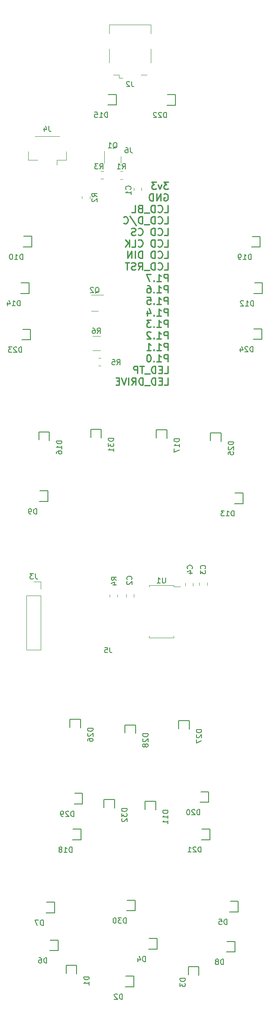
<source format=gbr>
%TF.GenerationSoftware,KiCad,Pcbnew,(6.0.0)*%
%TF.CreationDate,2022-07-04T20:32:36-04:00*%
%TF.ProjectId,800+,3830302b-2e6b-4696-9361-645f70636258,rev?*%
%TF.SameCoordinates,Original*%
%TF.FileFunction,Legend,Bot*%
%TF.FilePolarity,Positive*%
%FSLAX46Y46*%
G04 Gerber Fmt 4.6, Leading zero omitted, Abs format (unit mm)*
G04 Created by KiCad (PCBNEW (6.0.0)) date 2022-07-04 20:32:36*
%MOMM*%
%LPD*%
G01*
G04 APERTURE LIST*
%ADD10C,0.250000*%
%ADD11C,0.150000*%
%ADD12C,0.120000*%
G04 APERTURE END LIST*
D10*
X108874642Y-66025964D02*
X108038928Y-66025964D01*
X108488928Y-66540250D01*
X108296071Y-66540250D01*
X108167500Y-66604535D01*
X108103214Y-66668821D01*
X108038928Y-66797392D01*
X108038928Y-67118821D01*
X108103214Y-67247392D01*
X108167500Y-67311678D01*
X108296071Y-67375964D01*
X108681785Y-67375964D01*
X108810357Y-67311678D01*
X108874642Y-67247392D01*
X107588928Y-66475964D02*
X107267500Y-67375964D01*
X106946071Y-66475964D01*
X106560357Y-66025964D02*
X105724642Y-66025964D01*
X106174642Y-66540250D01*
X105981785Y-66540250D01*
X105853214Y-66604535D01*
X105788928Y-66668821D01*
X105724642Y-66797392D01*
X105724642Y-67118821D01*
X105788928Y-67247392D01*
X105853214Y-67311678D01*
X105981785Y-67375964D01*
X106367500Y-67375964D01*
X106496071Y-67311678D01*
X106560357Y-67247392D01*
X108038928Y-68263750D02*
X108167500Y-68199464D01*
X108360357Y-68199464D01*
X108553214Y-68263750D01*
X108681785Y-68392321D01*
X108746071Y-68520892D01*
X108810357Y-68778035D01*
X108810357Y-68970892D01*
X108746071Y-69228035D01*
X108681785Y-69356607D01*
X108553214Y-69485178D01*
X108360357Y-69549464D01*
X108231785Y-69549464D01*
X108038928Y-69485178D01*
X107974642Y-69420892D01*
X107974642Y-68970892D01*
X108231785Y-68970892D01*
X107396071Y-69549464D02*
X107396071Y-68199464D01*
X106624642Y-69549464D01*
X106624642Y-68199464D01*
X105981785Y-69549464D02*
X105981785Y-68199464D01*
X105660357Y-68199464D01*
X105467500Y-68263750D01*
X105338928Y-68392321D01*
X105274642Y-68520892D01*
X105210357Y-68778035D01*
X105210357Y-68970892D01*
X105274642Y-69228035D01*
X105338928Y-69356607D01*
X105467500Y-69485178D01*
X105660357Y-69549464D01*
X105981785Y-69549464D01*
X108103214Y-71722964D02*
X108746071Y-71722964D01*
X108746071Y-70372964D01*
X106881785Y-71594392D02*
X106946071Y-71658678D01*
X107138928Y-71722964D01*
X107267500Y-71722964D01*
X107460357Y-71658678D01*
X107588928Y-71530107D01*
X107653214Y-71401535D01*
X107717500Y-71144392D01*
X107717500Y-70951535D01*
X107653214Y-70694392D01*
X107588928Y-70565821D01*
X107460357Y-70437250D01*
X107267500Y-70372964D01*
X107138928Y-70372964D01*
X106946071Y-70437250D01*
X106881785Y-70501535D01*
X106303214Y-71722964D02*
X106303214Y-70372964D01*
X105981785Y-70372964D01*
X105788928Y-70437250D01*
X105660357Y-70565821D01*
X105596071Y-70694392D01*
X105531785Y-70951535D01*
X105531785Y-71144392D01*
X105596071Y-71401535D01*
X105660357Y-71530107D01*
X105788928Y-71658678D01*
X105981785Y-71722964D01*
X106303214Y-71722964D01*
X105274642Y-71851535D02*
X104246071Y-71851535D01*
X103474642Y-71015821D02*
X103281785Y-71080107D01*
X103217500Y-71144392D01*
X103153214Y-71272964D01*
X103153214Y-71465821D01*
X103217500Y-71594392D01*
X103281785Y-71658678D01*
X103410357Y-71722964D01*
X103924642Y-71722964D01*
X103924642Y-70372964D01*
X103474642Y-70372964D01*
X103346071Y-70437250D01*
X103281785Y-70501535D01*
X103217500Y-70630107D01*
X103217500Y-70758678D01*
X103281785Y-70887250D01*
X103346071Y-70951535D01*
X103474642Y-71015821D01*
X103924642Y-71015821D01*
X101931785Y-71722964D02*
X102574642Y-71722964D01*
X102574642Y-70372964D01*
X108103214Y-73896464D02*
X108746071Y-73896464D01*
X108746071Y-72546464D01*
X106881785Y-73767892D02*
X106946071Y-73832178D01*
X107138928Y-73896464D01*
X107267500Y-73896464D01*
X107460357Y-73832178D01*
X107588928Y-73703607D01*
X107653214Y-73575035D01*
X107717500Y-73317892D01*
X107717500Y-73125035D01*
X107653214Y-72867892D01*
X107588928Y-72739321D01*
X107460357Y-72610750D01*
X107267500Y-72546464D01*
X107138928Y-72546464D01*
X106946071Y-72610750D01*
X106881785Y-72675035D01*
X106303214Y-73896464D02*
X106303214Y-72546464D01*
X105981785Y-72546464D01*
X105788928Y-72610750D01*
X105660357Y-72739321D01*
X105596071Y-72867892D01*
X105531785Y-73125035D01*
X105531785Y-73317892D01*
X105596071Y-73575035D01*
X105660357Y-73703607D01*
X105788928Y-73832178D01*
X105981785Y-73896464D01*
X106303214Y-73896464D01*
X105274642Y-74025035D02*
X104246071Y-74025035D01*
X103924642Y-73896464D02*
X103924642Y-72546464D01*
X103603214Y-72546464D01*
X103410357Y-72610750D01*
X103281785Y-72739321D01*
X103217500Y-72867892D01*
X103153214Y-73125035D01*
X103153214Y-73317892D01*
X103217500Y-73575035D01*
X103281785Y-73703607D01*
X103410357Y-73832178D01*
X103603214Y-73896464D01*
X103924642Y-73896464D01*
X101610357Y-72482178D02*
X102767500Y-74217892D01*
X100388928Y-73767892D02*
X100453214Y-73832178D01*
X100646071Y-73896464D01*
X100774642Y-73896464D01*
X100967500Y-73832178D01*
X101096071Y-73703607D01*
X101160357Y-73575035D01*
X101224642Y-73317892D01*
X101224642Y-73125035D01*
X101160357Y-72867892D01*
X101096071Y-72739321D01*
X100967500Y-72610750D01*
X100774642Y-72546464D01*
X100646071Y-72546464D01*
X100453214Y-72610750D01*
X100388928Y-72675035D01*
X108103214Y-76069964D02*
X108746071Y-76069964D01*
X108746071Y-74719964D01*
X106881785Y-75941392D02*
X106946071Y-76005678D01*
X107138928Y-76069964D01*
X107267500Y-76069964D01*
X107460357Y-76005678D01*
X107588928Y-75877107D01*
X107653214Y-75748535D01*
X107717500Y-75491392D01*
X107717500Y-75298535D01*
X107653214Y-75041392D01*
X107588928Y-74912821D01*
X107460357Y-74784250D01*
X107267500Y-74719964D01*
X107138928Y-74719964D01*
X106946071Y-74784250D01*
X106881785Y-74848535D01*
X106303214Y-76069964D02*
X106303214Y-74719964D01*
X105981785Y-74719964D01*
X105788928Y-74784250D01*
X105660357Y-74912821D01*
X105596071Y-75041392D01*
X105531785Y-75298535D01*
X105531785Y-75491392D01*
X105596071Y-75748535D01*
X105660357Y-75877107D01*
X105788928Y-76005678D01*
X105981785Y-76069964D01*
X106303214Y-76069964D01*
X103153214Y-75941392D02*
X103217500Y-76005678D01*
X103410357Y-76069964D01*
X103538928Y-76069964D01*
X103731785Y-76005678D01*
X103860357Y-75877107D01*
X103924642Y-75748535D01*
X103988928Y-75491392D01*
X103988928Y-75298535D01*
X103924642Y-75041392D01*
X103860357Y-74912821D01*
X103731785Y-74784250D01*
X103538928Y-74719964D01*
X103410357Y-74719964D01*
X103217500Y-74784250D01*
X103153214Y-74848535D01*
X102638928Y-76005678D02*
X102446071Y-76069964D01*
X102124642Y-76069964D01*
X101996071Y-76005678D01*
X101931785Y-75941392D01*
X101867500Y-75812821D01*
X101867500Y-75684250D01*
X101931785Y-75555678D01*
X101996071Y-75491392D01*
X102124642Y-75427107D01*
X102381785Y-75362821D01*
X102510357Y-75298535D01*
X102574642Y-75234250D01*
X102638928Y-75105678D01*
X102638928Y-74977107D01*
X102574642Y-74848535D01*
X102510357Y-74784250D01*
X102381785Y-74719964D01*
X102060357Y-74719964D01*
X101867500Y-74784250D01*
X108103214Y-78243464D02*
X108746071Y-78243464D01*
X108746071Y-76893464D01*
X106881785Y-78114892D02*
X106946071Y-78179178D01*
X107138928Y-78243464D01*
X107267500Y-78243464D01*
X107460357Y-78179178D01*
X107588928Y-78050607D01*
X107653214Y-77922035D01*
X107717500Y-77664892D01*
X107717500Y-77472035D01*
X107653214Y-77214892D01*
X107588928Y-77086321D01*
X107460357Y-76957750D01*
X107267500Y-76893464D01*
X107138928Y-76893464D01*
X106946071Y-76957750D01*
X106881785Y-77022035D01*
X106303214Y-78243464D02*
X106303214Y-76893464D01*
X105981785Y-76893464D01*
X105788928Y-76957750D01*
X105660357Y-77086321D01*
X105596071Y-77214892D01*
X105531785Y-77472035D01*
X105531785Y-77664892D01*
X105596071Y-77922035D01*
X105660357Y-78050607D01*
X105788928Y-78179178D01*
X105981785Y-78243464D01*
X106303214Y-78243464D01*
X103153214Y-78114892D02*
X103217500Y-78179178D01*
X103410357Y-78243464D01*
X103538928Y-78243464D01*
X103731785Y-78179178D01*
X103860357Y-78050607D01*
X103924642Y-77922035D01*
X103988928Y-77664892D01*
X103988928Y-77472035D01*
X103924642Y-77214892D01*
X103860357Y-77086321D01*
X103731785Y-76957750D01*
X103538928Y-76893464D01*
X103410357Y-76893464D01*
X103217500Y-76957750D01*
X103153214Y-77022035D01*
X101931785Y-78243464D02*
X102574642Y-78243464D01*
X102574642Y-76893464D01*
X101481785Y-78243464D02*
X101481785Y-76893464D01*
X100710357Y-78243464D02*
X101288928Y-77472035D01*
X100710357Y-76893464D02*
X101481785Y-77664892D01*
X108103214Y-80416964D02*
X108746071Y-80416964D01*
X108746071Y-79066964D01*
X106881785Y-80288392D02*
X106946071Y-80352678D01*
X107138928Y-80416964D01*
X107267500Y-80416964D01*
X107460357Y-80352678D01*
X107588928Y-80224107D01*
X107653214Y-80095535D01*
X107717500Y-79838392D01*
X107717500Y-79645535D01*
X107653214Y-79388392D01*
X107588928Y-79259821D01*
X107460357Y-79131250D01*
X107267500Y-79066964D01*
X107138928Y-79066964D01*
X106946071Y-79131250D01*
X106881785Y-79195535D01*
X106303214Y-80416964D02*
X106303214Y-79066964D01*
X105981785Y-79066964D01*
X105788928Y-79131250D01*
X105660357Y-79259821D01*
X105596071Y-79388392D01*
X105531785Y-79645535D01*
X105531785Y-79838392D01*
X105596071Y-80095535D01*
X105660357Y-80224107D01*
X105788928Y-80352678D01*
X105981785Y-80416964D01*
X106303214Y-80416964D01*
X103924642Y-80416964D02*
X103924642Y-79066964D01*
X103603214Y-79066964D01*
X103410357Y-79131250D01*
X103281785Y-79259821D01*
X103217500Y-79388392D01*
X103153214Y-79645535D01*
X103153214Y-79838392D01*
X103217500Y-80095535D01*
X103281785Y-80224107D01*
X103410357Y-80352678D01*
X103603214Y-80416964D01*
X103924642Y-80416964D01*
X102574642Y-80416964D02*
X102574642Y-79066964D01*
X101931785Y-80416964D02*
X101931785Y-79066964D01*
X101160357Y-80416964D01*
X101160357Y-79066964D01*
X108103214Y-82590464D02*
X108746071Y-82590464D01*
X108746071Y-81240464D01*
X106881785Y-82461892D02*
X106946071Y-82526178D01*
X107138928Y-82590464D01*
X107267500Y-82590464D01*
X107460357Y-82526178D01*
X107588928Y-82397607D01*
X107653214Y-82269035D01*
X107717500Y-82011892D01*
X107717500Y-81819035D01*
X107653214Y-81561892D01*
X107588928Y-81433321D01*
X107460357Y-81304750D01*
X107267500Y-81240464D01*
X107138928Y-81240464D01*
X106946071Y-81304750D01*
X106881785Y-81369035D01*
X106303214Y-82590464D02*
X106303214Y-81240464D01*
X105981785Y-81240464D01*
X105788928Y-81304750D01*
X105660357Y-81433321D01*
X105596071Y-81561892D01*
X105531785Y-81819035D01*
X105531785Y-82011892D01*
X105596071Y-82269035D01*
X105660357Y-82397607D01*
X105788928Y-82526178D01*
X105981785Y-82590464D01*
X106303214Y-82590464D01*
X105274642Y-82719035D02*
X104246071Y-82719035D01*
X103153214Y-82590464D02*
X103603214Y-81947607D01*
X103924642Y-82590464D02*
X103924642Y-81240464D01*
X103410357Y-81240464D01*
X103281785Y-81304750D01*
X103217500Y-81369035D01*
X103153214Y-81497607D01*
X103153214Y-81690464D01*
X103217500Y-81819035D01*
X103281785Y-81883321D01*
X103410357Y-81947607D01*
X103924642Y-81947607D01*
X102638928Y-82526178D02*
X102446071Y-82590464D01*
X102124642Y-82590464D01*
X101996071Y-82526178D01*
X101931785Y-82461892D01*
X101867500Y-82333321D01*
X101867500Y-82204750D01*
X101931785Y-82076178D01*
X101996071Y-82011892D01*
X102124642Y-81947607D01*
X102381785Y-81883321D01*
X102510357Y-81819035D01*
X102574642Y-81754750D01*
X102638928Y-81626178D01*
X102638928Y-81497607D01*
X102574642Y-81369035D01*
X102510357Y-81304750D01*
X102381785Y-81240464D01*
X102060357Y-81240464D01*
X101867500Y-81304750D01*
X101481785Y-81240464D02*
X100710357Y-81240464D01*
X101096071Y-82590464D02*
X101096071Y-81240464D01*
X108746071Y-84763964D02*
X108746071Y-83413964D01*
X108231785Y-83413964D01*
X108103214Y-83478250D01*
X108038928Y-83542535D01*
X107974642Y-83671107D01*
X107974642Y-83863964D01*
X108038928Y-83992535D01*
X108103214Y-84056821D01*
X108231785Y-84121107D01*
X108746071Y-84121107D01*
X106688928Y-84763964D02*
X107460357Y-84763964D01*
X107074642Y-84763964D02*
X107074642Y-83413964D01*
X107203214Y-83606821D01*
X107331785Y-83735392D01*
X107460357Y-83799678D01*
X106110357Y-84635392D02*
X106046071Y-84699678D01*
X106110357Y-84763964D01*
X106174642Y-84699678D01*
X106110357Y-84635392D01*
X106110357Y-84763964D01*
X105596071Y-83413964D02*
X104696071Y-83413964D01*
X105274642Y-84763964D01*
X108746071Y-86937464D02*
X108746071Y-85587464D01*
X108231785Y-85587464D01*
X108103214Y-85651750D01*
X108038928Y-85716035D01*
X107974642Y-85844607D01*
X107974642Y-86037464D01*
X108038928Y-86166035D01*
X108103214Y-86230321D01*
X108231785Y-86294607D01*
X108746071Y-86294607D01*
X106688928Y-86937464D02*
X107460357Y-86937464D01*
X107074642Y-86937464D02*
X107074642Y-85587464D01*
X107203214Y-85780321D01*
X107331785Y-85908892D01*
X107460357Y-85973178D01*
X106110357Y-86808892D02*
X106046071Y-86873178D01*
X106110357Y-86937464D01*
X106174642Y-86873178D01*
X106110357Y-86808892D01*
X106110357Y-86937464D01*
X104888928Y-85587464D02*
X105146071Y-85587464D01*
X105274642Y-85651750D01*
X105338928Y-85716035D01*
X105467500Y-85908892D01*
X105531785Y-86166035D01*
X105531785Y-86680321D01*
X105467500Y-86808892D01*
X105403214Y-86873178D01*
X105274642Y-86937464D01*
X105017500Y-86937464D01*
X104888928Y-86873178D01*
X104824642Y-86808892D01*
X104760357Y-86680321D01*
X104760357Y-86358892D01*
X104824642Y-86230321D01*
X104888928Y-86166035D01*
X105017500Y-86101750D01*
X105274642Y-86101750D01*
X105403214Y-86166035D01*
X105467500Y-86230321D01*
X105531785Y-86358892D01*
X108746071Y-89110964D02*
X108746071Y-87760964D01*
X108231785Y-87760964D01*
X108103214Y-87825250D01*
X108038928Y-87889535D01*
X107974642Y-88018107D01*
X107974642Y-88210964D01*
X108038928Y-88339535D01*
X108103214Y-88403821D01*
X108231785Y-88468107D01*
X108746071Y-88468107D01*
X106688928Y-89110964D02*
X107460357Y-89110964D01*
X107074642Y-89110964D02*
X107074642Y-87760964D01*
X107203214Y-87953821D01*
X107331785Y-88082392D01*
X107460357Y-88146678D01*
X106110357Y-88982392D02*
X106046071Y-89046678D01*
X106110357Y-89110964D01*
X106174642Y-89046678D01*
X106110357Y-88982392D01*
X106110357Y-89110964D01*
X104824642Y-87760964D02*
X105467500Y-87760964D01*
X105531785Y-88403821D01*
X105467500Y-88339535D01*
X105338928Y-88275250D01*
X105017500Y-88275250D01*
X104888928Y-88339535D01*
X104824642Y-88403821D01*
X104760357Y-88532392D01*
X104760357Y-88853821D01*
X104824642Y-88982392D01*
X104888928Y-89046678D01*
X105017500Y-89110964D01*
X105338928Y-89110964D01*
X105467500Y-89046678D01*
X105531785Y-88982392D01*
X108746071Y-91284464D02*
X108746071Y-89934464D01*
X108231785Y-89934464D01*
X108103214Y-89998750D01*
X108038928Y-90063035D01*
X107974642Y-90191607D01*
X107974642Y-90384464D01*
X108038928Y-90513035D01*
X108103214Y-90577321D01*
X108231785Y-90641607D01*
X108746071Y-90641607D01*
X106688928Y-91284464D02*
X107460357Y-91284464D01*
X107074642Y-91284464D02*
X107074642Y-89934464D01*
X107203214Y-90127321D01*
X107331785Y-90255892D01*
X107460357Y-90320178D01*
X106110357Y-91155892D02*
X106046071Y-91220178D01*
X106110357Y-91284464D01*
X106174642Y-91220178D01*
X106110357Y-91155892D01*
X106110357Y-91284464D01*
X104888928Y-90384464D02*
X104888928Y-91284464D01*
X105210357Y-89870178D02*
X105531785Y-90834464D01*
X104696071Y-90834464D01*
X108746071Y-93457964D02*
X108746071Y-92107964D01*
X108231785Y-92107964D01*
X108103214Y-92172250D01*
X108038928Y-92236535D01*
X107974642Y-92365107D01*
X107974642Y-92557964D01*
X108038928Y-92686535D01*
X108103214Y-92750821D01*
X108231785Y-92815107D01*
X108746071Y-92815107D01*
X106688928Y-93457964D02*
X107460357Y-93457964D01*
X107074642Y-93457964D02*
X107074642Y-92107964D01*
X107203214Y-92300821D01*
X107331785Y-92429392D01*
X107460357Y-92493678D01*
X106110357Y-93329392D02*
X106046071Y-93393678D01*
X106110357Y-93457964D01*
X106174642Y-93393678D01*
X106110357Y-93329392D01*
X106110357Y-93457964D01*
X105596071Y-92107964D02*
X104760357Y-92107964D01*
X105210357Y-92622250D01*
X105017500Y-92622250D01*
X104888928Y-92686535D01*
X104824642Y-92750821D01*
X104760357Y-92879392D01*
X104760357Y-93200821D01*
X104824642Y-93329392D01*
X104888928Y-93393678D01*
X105017500Y-93457964D01*
X105403214Y-93457964D01*
X105531785Y-93393678D01*
X105596071Y-93329392D01*
X108746071Y-95631464D02*
X108746071Y-94281464D01*
X108231785Y-94281464D01*
X108103214Y-94345750D01*
X108038928Y-94410035D01*
X107974642Y-94538607D01*
X107974642Y-94731464D01*
X108038928Y-94860035D01*
X108103214Y-94924321D01*
X108231785Y-94988607D01*
X108746071Y-94988607D01*
X106688928Y-95631464D02*
X107460357Y-95631464D01*
X107074642Y-95631464D02*
X107074642Y-94281464D01*
X107203214Y-94474321D01*
X107331785Y-94602892D01*
X107460357Y-94667178D01*
X106110357Y-95502892D02*
X106046071Y-95567178D01*
X106110357Y-95631464D01*
X106174642Y-95567178D01*
X106110357Y-95502892D01*
X106110357Y-95631464D01*
X105531785Y-94410035D02*
X105467500Y-94345750D01*
X105338928Y-94281464D01*
X105017500Y-94281464D01*
X104888928Y-94345750D01*
X104824642Y-94410035D01*
X104760357Y-94538607D01*
X104760357Y-94667178D01*
X104824642Y-94860035D01*
X105596071Y-95631464D01*
X104760357Y-95631464D01*
X108746071Y-97804964D02*
X108746071Y-96454964D01*
X108231785Y-96454964D01*
X108103214Y-96519250D01*
X108038928Y-96583535D01*
X107974642Y-96712107D01*
X107974642Y-96904964D01*
X108038928Y-97033535D01*
X108103214Y-97097821D01*
X108231785Y-97162107D01*
X108746071Y-97162107D01*
X106688928Y-97804964D02*
X107460357Y-97804964D01*
X107074642Y-97804964D02*
X107074642Y-96454964D01*
X107203214Y-96647821D01*
X107331785Y-96776392D01*
X107460357Y-96840678D01*
X106110357Y-97676392D02*
X106046071Y-97740678D01*
X106110357Y-97804964D01*
X106174642Y-97740678D01*
X106110357Y-97676392D01*
X106110357Y-97804964D01*
X104760357Y-97804964D02*
X105531785Y-97804964D01*
X105146071Y-97804964D02*
X105146071Y-96454964D01*
X105274642Y-96647821D01*
X105403214Y-96776392D01*
X105531785Y-96840678D01*
X108746071Y-99978464D02*
X108746071Y-98628464D01*
X108231785Y-98628464D01*
X108103214Y-98692750D01*
X108038928Y-98757035D01*
X107974642Y-98885607D01*
X107974642Y-99078464D01*
X108038928Y-99207035D01*
X108103214Y-99271321D01*
X108231785Y-99335607D01*
X108746071Y-99335607D01*
X106688928Y-99978464D02*
X107460357Y-99978464D01*
X107074642Y-99978464D02*
X107074642Y-98628464D01*
X107203214Y-98821321D01*
X107331785Y-98949892D01*
X107460357Y-99014178D01*
X106110357Y-99849892D02*
X106046071Y-99914178D01*
X106110357Y-99978464D01*
X106174642Y-99914178D01*
X106110357Y-99849892D01*
X106110357Y-99978464D01*
X105210357Y-98628464D02*
X105081785Y-98628464D01*
X104953214Y-98692750D01*
X104888928Y-98757035D01*
X104824642Y-98885607D01*
X104760357Y-99142750D01*
X104760357Y-99464178D01*
X104824642Y-99721321D01*
X104888928Y-99849892D01*
X104953214Y-99914178D01*
X105081785Y-99978464D01*
X105210357Y-99978464D01*
X105338928Y-99914178D01*
X105403214Y-99849892D01*
X105467500Y-99721321D01*
X105531785Y-99464178D01*
X105531785Y-99142750D01*
X105467500Y-98885607D01*
X105403214Y-98757035D01*
X105338928Y-98692750D01*
X105210357Y-98628464D01*
X108103214Y-102151964D02*
X108746071Y-102151964D01*
X108746071Y-100801964D01*
X107653214Y-101444821D02*
X107203214Y-101444821D01*
X107010357Y-102151964D02*
X107653214Y-102151964D01*
X107653214Y-100801964D01*
X107010357Y-100801964D01*
X106431785Y-102151964D02*
X106431785Y-100801964D01*
X106110357Y-100801964D01*
X105917500Y-100866250D01*
X105788928Y-100994821D01*
X105724642Y-101123392D01*
X105660357Y-101380535D01*
X105660357Y-101573392D01*
X105724642Y-101830535D01*
X105788928Y-101959107D01*
X105917500Y-102087678D01*
X106110357Y-102151964D01*
X106431785Y-102151964D01*
X105403214Y-102280535D02*
X104374642Y-102280535D01*
X104246071Y-100801964D02*
X103474642Y-100801964D01*
X103860357Y-102151964D02*
X103860357Y-100801964D01*
X103024642Y-102151964D02*
X103024642Y-100801964D01*
X102510357Y-100801964D01*
X102381785Y-100866250D01*
X102317500Y-100930535D01*
X102253214Y-101059107D01*
X102253214Y-101251964D01*
X102317500Y-101380535D01*
X102381785Y-101444821D01*
X102510357Y-101509107D01*
X103024642Y-101509107D01*
X108103214Y-104325464D02*
X108746071Y-104325464D01*
X108746071Y-102975464D01*
X107653214Y-103618321D02*
X107203214Y-103618321D01*
X107010357Y-104325464D02*
X107653214Y-104325464D01*
X107653214Y-102975464D01*
X107010357Y-102975464D01*
X106431785Y-104325464D02*
X106431785Y-102975464D01*
X106110357Y-102975464D01*
X105917500Y-103039750D01*
X105788928Y-103168321D01*
X105724642Y-103296892D01*
X105660357Y-103554035D01*
X105660357Y-103746892D01*
X105724642Y-104004035D01*
X105788928Y-104132607D01*
X105917500Y-104261178D01*
X106110357Y-104325464D01*
X106431785Y-104325464D01*
X105403214Y-104454035D02*
X104374642Y-104454035D01*
X104053214Y-104325464D02*
X104053214Y-102975464D01*
X103731785Y-102975464D01*
X103538928Y-103039750D01*
X103410357Y-103168321D01*
X103346071Y-103296892D01*
X103281785Y-103554035D01*
X103281785Y-103746892D01*
X103346071Y-104004035D01*
X103410357Y-104132607D01*
X103538928Y-104261178D01*
X103731785Y-104325464D01*
X104053214Y-104325464D01*
X101931785Y-104325464D02*
X102381785Y-103682607D01*
X102703214Y-104325464D02*
X102703214Y-102975464D01*
X102188928Y-102975464D01*
X102060357Y-103039750D01*
X101996071Y-103104035D01*
X101931785Y-103232607D01*
X101931785Y-103425464D01*
X101996071Y-103554035D01*
X102060357Y-103618321D01*
X102188928Y-103682607D01*
X102703214Y-103682607D01*
X101353214Y-104325464D02*
X101353214Y-102975464D01*
X100903214Y-102975464D02*
X100453214Y-104325464D01*
X100003214Y-102975464D01*
X99553214Y-103618321D02*
X99103214Y-103618321D01*
X98910357Y-104325464D02*
X99553214Y-104325464D01*
X99553214Y-102975464D01*
X98910357Y-102975464D01*
D11*
%TO.C,R6*%
X95411666Y-94617380D02*
X95745000Y-94141190D01*
X95983095Y-94617380D02*
X95983095Y-93617380D01*
X95602142Y-93617380D01*
X95506904Y-93665000D01*
X95459285Y-93712619D01*
X95411666Y-93807857D01*
X95411666Y-93950714D01*
X95459285Y-94045952D01*
X95506904Y-94093571D01*
X95602142Y-94141190D01*
X95983095Y-94141190D01*
X94554523Y-93617380D02*
X94745000Y-93617380D01*
X94840238Y-93665000D01*
X94887857Y-93712619D01*
X94983095Y-93855476D01*
X95030714Y-94045952D01*
X95030714Y-94426904D01*
X94983095Y-94522142D01*
X94935476Y-94569761D01*
X94840238Y-94617380D01*
X94649761Y-94617380D01*
X94554523Y-94569761D01*
X94506904Y-94522142D01*
X94459285Y-94426904D01*
X94459285Y-94188809D01*
X94506904Y-94093571D01*
X94554523Y-94045952D01*
X94649761Y-93998333D01*
X94840238Y-93998333D01*
X94935476Y-94045952D01*
X94983095Y-94093571D01*
X95030714Y-94188809D01*
%TO.C,R5*%
X99136666Y-100542380D02*
X99470000Y-100066190D01*
X99708095Y-100542380D02*
X99708095Y-99542380D01*
X99327142Y-99542380D01*
X99231904Y-99590000D01*
X99184285Y-99637619D01*
X99136666Y-99732857D01*
X99136666Y-99875714D01*
X99184285Y-99970952D01*
X99231904Y-100018571D01*
X99327142Y-100066190D01*
X99708095Y-100066190D01*
X98231904Y-99542380D02*
X98708095Y-99542380D01*
X98755714Y-100018571D01*
X98708095Y-99970952D01*
X98612857Y-99923333D01*
X98374761Y-99923333D01*
X98279523Y-99970952D01*
X98231904Y-100018571D01*
X98184285Y-100113809D01*
X98184285Y-100351904D01*
X98231904Y-100447142D01*
X98279523Y-100494761D01*
X98374761Y-100542380D01*
X98612857Y-100542380D01*
X98708095Y-100494761D01*
X98755714Y-100447142D01*
%TO.C,Q2*%
X95025238Y-87007619D02*
X95120476Y-86960000D01*
X95215714Y-86864761D01*
X95358571Y-86721904D01*
X95453809Y-86674285D01*
X95549047Y-86674285D01*
X95501428Y-86912380D02*
X95596666Y-86864761D01*
X95691904Y-86769523D01*
X95739523Y-86579047D01*
X95739523Y-86245714D01*
X95691904Y-86055238D01*
X95596666Y-85960000D01*
X95501428Y-85912380D01*
X95310952Y-85912380D01*
X95215714Y-85960000D01*
X95120476Y-86055238D01*
X95072857Y-86245714D01*
X95072857Y-86579047D01*
X95120476Y-86769523D01*
X95215714Y-86864761D01*
X95310952Y-86912380D01*
X95501428Y-86912380D01*
X94691904Y-86007619D02*
X94644285Y-85960000D01*
X94549047Y-85912380D01*
X94310952Y-85912380D01*
X94215714Y-85960000D01*
X94168095Y-86007619D01*
X94120476Y-86102857D01*
X94120476Y-86198095D01*
X94168095Y-86340952D01*
X94739523Y-86912380D01*
X94120476Y-86912380D01*
%TO.C,J6*%
X101683333Y-59502380D02*
X101683333Y-60216666D01*
X101730952Y-60359523D01*
X101826190Y-60454761D01*
X101969047Y-60502380D01*
X102064285Y-60502380D01*
X100778571Y-59502380D02*
X100969047Y-59502380D01*
X101064285Y-59550000D01*
X101111904Y-59597619D01*
X101207142Y-59740476D01*
X101254761Y-59930952D01*
X101254761Y-60311904D01*
X101207142Y-60407142D01*
X101159523Y-60454761D01*
X101064285Y-60502380D01*
X100873809Y-60502380D01*
X100778571Y-60454761D01*
X100730952Y-60407142D01*
X100683333Y-60311904D01*
X100683333Y-60073809D01*
X100730952Y-59978571D01*
X100778571Y-59930952D01*
X100873809Y-59883333D01*
X101064285Y-59883333D01*
X101159523Y-59930952D01*
X101207142Y-59978571D01*
X101254761Y-60073809D01*
%TO.C,D19*%
X124554285Y-80672380D02*
X124554285Y-79672380D01*
X124316190Y-79672380D01*
X124173333Y-79720000D01*
X124078095Y-79815238D01*
X124030476Y-79910476D01*
X123982857Y-80100952D01*
X123982857Y-80243809D01*
X124030476Y-80434285D01*
X124078095Y-80529523D01*
X124173333Y-80624761D01*
X124316190Y-80672380D01*
X124554285Y-80672380D01*
X123030476Y-80672380D02*
X123601904Y-80672380D01*
X123316190Y-80672380D02*
X123316190Y-79672380D01*
X123411428Y-79815238D01*
X123506666Y-79910476D01*
X123601904Y-79958095D01*
X122554285Y-80672380D02*
X122363809Y-80672380D01*
X122268571Y-80624761D01*
X122220952Y-80577142D01*
X122125714Y-80434285D01*
X122078095Y-80243809D01*
X122078095Y-79862857D01*
X122125714Y-79767619D01*
X122173333Y-79720000D01*
X122268571Y-79672380D01*
X122459047Y-79672380D01*
X122554285Y-79720000D01*
X122601904Y-79767619D01*
X122649523Y-79862857D01*
X122649523Y-80100952D01*
X122601904Y-80196190D01*
X122554285Y-80243809D01*
X122459047Y-80291428D01*
X122268571Y-80291428D01*
X122173333Y-80243809D01*
X122125714Y-80196190D01*
X122078095Y-80100952D01*
%TO.C,D32*%
X101032380Y-184385714D02*
X100032380Y-184385714D01*
X100032380Y-184623809D01*
X100080000Y-184766666D01*
X100175238Y-184861904D01*
X100270476Y-184909523D01*
X100460952Y-184957142D01*
X100603809Y-184957142D01*
X100794285Y-184909523D01*
X100889523Y-184861904D01*
X100984761Y-184766666D01*
X101032380Y-184623809D01*
X101032380Y-184385714D01*
X100032380Y-185290476D02*
X100032380Y-185909523D01*
X100413333Y-185576190D01*
X100413333Y-185719047D01*
X100460952Y-185814285D01*
X100508571Y-185861904D01*
X100603809Y-185909523D01*
X100841904Y-185909523D01*
X100937142Y-185861904D01*
X100984761Y-185814285D01*
X101032380Y-185719047D01*
X101032380Y-185433333D01*
X100984761Y-185338095D01*
X100937142Y-185290476D01*
X100127619Y-186290476D02*
X100080000Y-186338095D01*
X100032380Y-186433333D01*
X100032380Y-186671428D01*
X100080000Y-186766666D01*
X100127619Y-186814285D01*
X100222857Y-186861904D01*
X100318095Y-186861904D01*
X100460952Y-186814285D01*
X101032380Y-186242857D01*
X101032380Y-186861904D01*
%TO.C,D24*%
X124874285Y-98102380D02*
X124874285Y-97102380D01*
X124636190Y-97102380D01*
X124493333Y-97150000D01*
X124398095Y-97245238D01*
X124350476Y-97340476D01*
X124302857Y-97530952D01*
X124302857Y-97673809D01*
X124350476Y-97864285D01*
X124398095Y-97959523D01*
X124493333Y-98054761D01*
X124636190Y-98102380D01*
X124874285Y-98102380D01*
X123921904Y-97197619D02*
X123874285Y-97150000D01*
X123779047Y-97102380D01*
X123540952Y-97102380D01*
X123445714Y-97150000D01*
X123398095Y-97197619D01*
X123350476Y-97292857D01*
X123350476Y-97388095D01*
X123398095Y-97530952D01*
X123969523Y-98102380D01*
X123350476Y-98102380D01*
X122493333Y-97435714D02*
X122493333Y-98102380D01*
X122731428Y-97054761D02*
X122969523Y-97769047D01*
X122350476Y-97769047D01*
%TO.C,C1*%
X101697142Y-67403333D02*
X101744761Y-67355714D01*
X101792380Y-67212857D01*
X101792380Y-67117619D01*
X101744761Y-66974761D01*
X101649523Y-66879523D01*
X101554285Y-66831904D01*
X101363809Y-66784285D01*
X101220952Y-66784285D01*
X101030476Y-66831904D01*
X100935238Y-66879523D01*
X100840000Y-66974761D01*
X100792380Y-67117619D01*
X100792380Y-67212857D01*
X100840000Y-67355714D01*
X100887619Y-67403333D01*
X101792380Y-68355714D02*
X101792380Y-67784285D01*
X101792380Y-68070000D02*
X100792380Y-68070000D01*
X100935238Y-67974761D01*
X101030476Y-67879523D01*
X101078095Y-67784285D01*
%TO.C,D11*%
X108802380Y-184735714D02*
X107802380Y-184735714D01*
X107802380Y-184973809D01*
X107850000Y-185116666D01*
X107945238Y-185211904D01*
X108040476Y-185259523D01*
X108230952Y-185307142D01*
X108373809Y-185307142D01*
X108564285Y-185259523D01*
X108659523Y-185211904D01*
X108754761Y-185116666D01*
X108802380Y-184973809D01*
X108802380Y-184735714D01*
X108802380Y-186259523D02*
X108802380Y-185688095D01*
X108802380Y-185973809D02*
X107802380Y-185973809D01*
X107945238Y-185878571D01*
X108040476Y-185783333D01*
X108088095Y-185688095D01*
X108802380Y-187211904D02*
X108802380Y-186640476D01*
X108802380Y-186926190D02*
X107802380Y-186926190D01*
X107945238Y-186830952D01*
X108040476Y-186735714D01*
X108088095Y-186640476D01*
%TO.C,D28*%
X105022380Y-170265714D02*
X104022380Y-170265714D01*
X104022380Y-170503809D01*
X104070000Y-170646666D01*
X104165238Y-170741904D01*
X104260476Y-170789523D01*
X104450952Y-170837142D01*
X104593809Y-170837142D01*
X104784285Y-170789523D01*
X104879523Y-170741904D01*
X104974761Y-170646666D01*
X105022380Y-170503809D01*
X105022380Y-170265714D01*
X104117619Y-171218095D02*
X104070000Y-171265714D01*
X104022380Y-171360952D01*
X104022380Y-171599047D01*
X104070000Y-171694285D01*
X104117619Y-171741904D01*
X104212857Y-171789523D01*
X104308095Y-171789523D01*
X104450952Y-171741904D01*
X105022380Y-171170476D01*
X105022380Y-171789523D01*
X104450952Y-172360952D02*
X104403333Y-172265714D01*
X104355714Y-172218095D01*
X104260476Y-172170476D01*
X104212857Y-172170476D01*
X104117619Y-172218095D01*
X104070000Y-172265714D01*
X104022380Y-172360952D01*
X104022380Y-172551428D01*
X104070000Y-172646666D01*
X104117619Y-172694285D01*
X104212857Y-172741904D01*
X104260476Y-172741904D01*
X104355714Y-172694285D01*
X104403333Y-172646666D01*
X104450952Y-172551428D01*
X104450952Y-172360952D01*
X104498571Y-172265714D01*
X104546190Y-172218095D01*
X104641428Y-172170476D01*
X104831904Y-172170476D01*
X104927142Y-172218095D01*
X104974761Y-172265714D01*
X105022380Y-172360952D01*
X105022380Y-172551428D01*
X104974761Y-172646666D01*
X104927142Y-172694285D01*
X104831904Y-172741904D01*
X104641428Y-172741904D01*
X104546190Y-172694285D01*
X104498571Y-172646666D01*
X104450952Y-172551428D01*
%TO.C,C4*%
X113347142Y-139053333D02*
X113394761Y-139005714D01*
X113442380Y-138862857D01*
X113442380Y-138767619D01*
X113394761Y-138624761D01*
X113299523Y-138529523D01*
X113204285Y-138481904D01*
X113013809Y-138434285D01*
X112870952Y-138434285D01*
X112680476Y-138481904D01*
X112585238Y-138529523D01*
X112490000Y-138624761D01*
X112442380Y-138767619D01*
X112442380Y-138862857D01*
X112490000Y-139005714D01*
X112537619Y-139053333D01*
X112775714Y-139910476D02*
X113442380Y-139910476D01*
X112394761Y-139672380D02*
X113109047Y-139434285D01*
X113109047Y-140053333D01*
%TO.C,D17*%
X110952380Y-114545714D02*
X109952380Y-114545714D01*
X109952380Y-114783809D01*
X110000000Y-114926666D01*
X110095238Y-115021904D01*
X110190476Y-115069523D01*
X110380952Y-115117142D01*
X110523809Y-115117142D01*
X110714285Y-115069523D01*
X110809523Y-115021904D01*
X110904761Y-114926666D01*
X110952380Y-114783809D01*
X110952380Y-114545714D01*
X110952380Y-116069523D02*
X110952380Y-115498095D01*
X110952380Y-115783809D02*
X109952380Y-115783809D01*
X110095238Y-115688571D01*
X110190476Y-115593333D01*
X110238095Y-115498095D01*
X109952380Y-116402857D02*
X109952380Y-117069523D01*
X110952380Y-116640952D01*
%TO.C,D26*%
X94592380Y-169215714D02*
X93592380Y-169215714D01*
X93592380Y-169453809D01*
X93640000Y-169596666D01*
X93735238Y-169691904D01*
X93830476Y-169739523D01*
X94020952Y-169787142D01*
X94163809Y-169787142D01*
X94354285Y-169739523D01*
X94449523Y-169691904D01*
X94544761Y-169596666D01*
X94592380Y-169453809D01*
X94592380Y-169215714D01*
X93687619Y-170168095D02*
X93640000Y-170215714D01*
X93592380Y-170310952D01*
X93592380Y-170549047D01*
X93640000Y-170644285D01*
X93687619Y-170691904D01*
X93782857Y-170739523D01*
X93878095Y-170739523D01*
X94020952Y-170691904D01*
X94592380Y-170120476D01*
X94592380Y-170739523D01*
X93592380Y-171596666D02*
X93592380Y-171406190D01*
X93640000Y-171310952D01*
X93687619Y-171263333D01*
X93830476Y-171168095D01*
X94020952Y-171120476D01*
X94401904Y-171120476D01*
X94497142Y-171168095D01*
X94544761Y-171215714D01*
X94592380Y-171310952D01*
X94592380Y-171501428D01*
X94544761Y-171596666D01*
X94497142Y-171644285D01*
X94401904Y-171691904D01*
X94163809Y-171691904D01*
X94068571Y-171644285D01*
X94020952Y-171596666D01*
X93973333Y-171501428D01*
X93973333Y-171310952D01*
X94020952Y-171215714D01*
X94068571Y-171168095D01*
X94163809Y-171120476D01*
%TO.C,D12*%
X124974285Y-89422380D02*
X124974285Y-88422380D01*
X124736190Y-88422380D01*
X124593333Y-88470000D01*
X124498095Y-88565238D01*
X124450476Y-88660476D01*
X124402857Y-88850952D01*
X124402857Y-88993809D01*
X124450476Y-89184285D01*
X124498095Y-89279523D01*
X124593333Y-89374761D01*
X124736190Y-89422380D01*
X124974285Y-89422380D01*
X123450476Y-89422380D02*
X124021904Y-89422380D01*
X123736190Y-89422380D02*
X123736190Y-88422380D01*
X123831428Y-88565238D01*
X123926666Y-88660476D01*
X124021904Y-88708095D01*
X123069523Y-88517619D02*
X123021904Y-88470000D01*
X122926666Y-88422380D01*
X122688571Y-88422380D01*
X122593333Y-88470000D01*
X122545714Y-88517619D01*
X122498095Y-88612857D01*
X122498095Y-88708095D01*
X122545714Y-88850952D01*
X123117142Y-89422380D01*
X122498095Y-89422380D01*
%TO.C,C3*%
X115827142Y-139063333D02*
X115874761Y-139015714D01*
X115922380Y-138872857D01*
X115922380Y-138777619D01*
X115874761Y-138634761D01*
X115779523Y-138539523D01*
X115684285Y-138491904D01*
X115493809Y-138444285D01*
X115350952Y-138444285D01*
X115160476Y-138491904D01*
X115065238Y-138539523D01*
X114970000Y-138634761D01*
X114922380Y-138777619D01*
X114922380Y-138872857D01*
X114970000Y-139015714D01*
X115017619Y-139063333D01*
X114922380Y-139396666D02*
X114922380Y-140015714D01*
X115303333Y-139682380D01*
X115303333Y-139825238D01*
X115350952Y-139920476D01*
X115398571Y-139968095D01*
X115493809Y-140015714D01*
X115731904Y-140015714D01*
X115827142Y-139968095D01*
X115874761Y-139920476D01*
X115922380Y-139825238D01*
X115922380Y-139539523D01*
X115874761Y-139444285D01*
X115827142Y-139396666D01*
%TO.C,R3*%
X95886666Y-63552380D02*
X96220000Y-63076190D01*
X96458095Y-63552380D02*
X96458095Y-62552380D01*
X96077142Y-62552380D01*
X95981904Y-62600000D01*
X95934285Y-62647619D01*
X95886666Y-62742857D01*
X95886666Y-62885714D01*
X95934285Y-62980952D01*
X95981904Y-63028571D01*
X96077142Y-63076190D01*
X96458095Y-63076190D01*
X95553333Y-62552380D02*
X94934285Y-62552380D01*
X95267619Y-62933333D01*
X95124761Y-62933333D01*
X95029523Y-62980952D01*
X94981904Y-63028571D01*
X94934285Y-63123809D01*
X94934285Y-63361904D01*
X94981904Y-63457142D01*
X95029523Y-63504761D01*
X95124761Y-63552380D01*
X95410476Y-63552380D01*
X95505714Y-63504761D01*
X95553333Y-63457142D01*
%TO.C,D4*%
X104548095Y-213292380D02*
X104548095Y-212292380D01*
X104310000Y-212292380D01*
X104167142Y-212340000D01*
X104071904Y-212435238D01*
X104024285Y-212530476D01*
X103976666Y-212720952D01*
X103976666Y-212863809D01*
X104024285Y-213054285D01*
X104071904Y-213149523D01*
X104167142Y-213244761D01*
X104310000Y-213292380D01*
X104548095Y-213292380D01*
X103119523Y-212625714D02*
X103119523Y-213292380D01*
X103357619Y-212244761D02*
X103595714Y-212959047D01*
X102976666Y-212959047D01*
%TO.C,R1*%
X100166666Y-63532380D02*
X100500000Y-63056190D01*
X100738095Y-63532380D02*
X100738095Y-62532380D01*
X100357142Y-62532380D01*
X100261904Y-62580000D01*
X100214285Y-62627619D01*
X100166666Y-62722857D01*
X100166666Y-62865714D01*
X100214285Y-62960952D01*
X100261904Y-63008571D01*
X100357142Y-63056190D01*
X100738095Y-63056190D01*
X99214285Y-63532380D02*
X99785714Y-63532380D01*
X99500000Y-63532380D02*
X99500000Y-62532380D01*
X99595238Y-62675238D01*
X99690476Y-62770476D01*
X99785714Y-62818095D01*
%TO.C,J4*%
X86293333Y-55462380D02*
X86293333Y-56176666D01*
X86340952Y-56319523D01*
X86436190Y-56414761D01*
X86579047Y-56462380D01*
X86674285Y-56462380D01*
X85388571Y-55795714D02*
X85388571Y-56462380D01*
X85626666Y-55414761D02*
X85864761Y-56129047D01*
X85245714Y-56129047D01*
%TO.C,D18*%
X90634285Y-192642380D02*
X90634285Y-191642380D01*
X90396190Y-191642380D01*
X90253333Y-191690000D01*
X90158095Y-191785238D01*
X90110476Y-191880476D01*
X90062857Y-192070952D01*
X90062857Y-192213809D01*
X90110476Y-192404285D01*
X90158095Y-192499523D01*
X90253333Y-192594761D01*
X90396190Y-192642380D01*
X90634285Y-192642380D01*
X89110476Y-192642380D02*
X89681904Y-192642380D01*
X89396190Y-192642380D02*
X89396190Y-191642380D01*
X89491428Y-191785238D01*
X89586666Y-191880476D01*
X89681904Y-191928095D01*
X88539047Y-192070952D02*
X88634285Y-192023333D01*
X88681904Y-191975714D01*
X88729523Y-191880476D01*
X88729523Y-191832857D01*
X88681904Y-191737619D01*
X88634285Y-191690000D01*
X88539047Y-191642380D01*
X88348571Y-191642380D01*
X88253333Y-191690000D01*
X88205714Y-191737619D01*
X88158095Y-191832857D01*
X88158095Y-191880476D01*
X88205714Y-191975714D01*
X88253333Y-192023333D01*
X88348571Y-192070952D01*
X88539047Y-192070952D01*
X88634285Y-192118571D01*
X88681904Y-192166190D01*
X88729523Y-192261428D01*
X88729523Y-192451904D01*
X88681904Y-192547142D01*
X88634285Y-192594761D01*
X88539047Y-192642380D01*
X88348571Y-192642380D01*
X88253333Y-192594761D01*
X88205714Y-192547142D01*
X88158095Y-192451904D01*
X88158095Y-192261428D01*
X88205714Y-192166190D01*
X88253333Y-192118571D01*
X88348571Y-192070952D01*
%TO.C,D27*%
X115152380Y-169485714D02*
X114152380Y-169485714D01*
X114152380Y-169723809D01*
X114200000Y-169866666D01*
X114295238Y-169961904D01*
X114390476Y-170009523D01*
X114580952Y-170057142D01*
X114723809Y-170057142D01*
X114914285Y-170009523D01*
X115009523Y-169961904D01*
X115104761Y-169866666D01*
X115152380Y-169723809D01*
X115152380Y-169485714D01*
X114247619Y-170438095D02*
X114200000Y-170485714D01*
X114152380Y-170580952D01*
X114152380Y-170819047D01*
X114200000Y-170914285D01*
X114247619Y-170961904D01*
X114342857Y-171009523D01*
X114438095Y-171009523D01*
X114580952Y-170961904D01*
X115152380Y-170390476D01*
X115152380Y-171009523D01*
X114152380Y-171342857D02*
X114152380Y-172009523D01*
X115152380Y-171580952D01*
%TO.C,D10*%
X81314285Y-80642380D02*
X81314285Y-79642380D01*
X81076190Y-79642380D01*
X80933333Y-79690000D01*
X80838095Y-79785238D01*
X80790476Y-79880476D01*
X80742857Y-80070952D01*
X80742857Y-80213809D01*
X80790476Y-80404285D01*
X80838095Y-80499523D01*
X80933333Y-80594761D01*
X81076190Y-80642380D01*
X81314285Y-80642380D01*
X79790476Y-80642380D02*
X80361904Y-80642380D01*
X80076190Y-80642380D02*
X80076190Y-79642380D01*
X80171428Y-79785238D01*
X80266666Y-79880476D01*
X80361904Y-79928095D01*
X79171428Y-79642380D02*
X79076190Y-79642380D01*
X78980952Y-79690000D01*
X78933333Y-79737619D01*
X78885714Y-79832857D01*
X78838095Y-80023333D01*
X78838095Y-80261428D01*
X78885714Y-80451904D01*
X78933333Y-80547142D01*
X78980952Y-80594761D01*
X79076190Y-80642380D01*
X79171428Y-80642380D01*
X79266666Y-80594761D01*
X79314285Y-80547142D01*
X79361904Y-80451904D01*
X79409523Y-80261428D01*
X79409523Y-80023333D01*
X79361904Y-79832857D01*
X79314285Y-79737619D01*
X79266666Y-79690000D01*
X79171428Y-79642380D01*
%TO.C,D14*%
X80834285Y-89402380D02*
X80834285Y-88402380D01*
X80596190Y-88402380D01*
X80453333Y-88450000D01*
X80358095Y-88545238D01*
X80310476Y-88640476D01*
X80262857Y-88830952D01*
X80262857Y-88973809D01*
X80310476Y-89164285D01*
X80358095Y-89259523D01*
X80453333Y-89354761D01*
X80596190Y-89402380D01*
X80834285Y-89402380D01*
X79310476Y-89402380D02*
X79881904Y-89402380D01*
X79596190Y-89402380D02*
X79596190Y-88402380D01*
X79691428Y-88545238D01*
X79786666Y-88640476D01*
X79881904Y-88688095D01*
X78453333Y-88735714D02*
X78453333Y-89402380D01*
X78691428Y-88354761D02*
X78929523Y-89069047D01*
X78310476Y-89069047D01*
%TO.C,U1*%
X108321904Y-140782380D02*
X108321904Y-141591904D01*
X108274285Y-141687142D01*
X108226666Y-141734761D01*
X108131428Y-141782380D01*
X107940952Y-141782380D01*
X107845714Y-141734761D01*
X107798095Y-141687142D01*
X107750476Y-141591904D01*
X107750476Y-140782380D01*
X106750476Y-141782380D02*
X107321904Y-141782380D01*
X107036190Y-141782380D02*
X107036190Y-140782380D01*
X107131428Y-140925238D01*
X107226666Y-141020476D01*
X107321904Y-141068095D01*
%TO.C,R4*%
X99062380Y-141233333D02*
X98586190Y-140900000D01*
X99062380Y-140661904D02*
X98062380Y-140661904D01*
X98062380Y-141042857D01*
X98110000Y-141138095D01*
X98157619Y-141185714D01*
X98252857Y-141233333D01*
X98395714Y-141233333D01*
X98490952Y-141185714D01*
X98538571Y-141138095D01*
X98586190Y-141042857D01*
X98586190Y-140661904D01*
X98395714Y-142090476D02*
X99062380Y-142090476D01*
X98014761Y-141852380D02*
X98729047Y-141614285D01*
X98729047Y-142233333D01*
%TO.C,D20*%
X114824285Y-185572380D02*
X114824285Y-184572380D01*
X114586190Y-184572380D01*
X114443333Y-184620000D01*
X114348095Y-184715238D01*
X114300476Y-184810476D01*
X114252857Y-185000952D01*
X114252857Y-185143809D01*
X114300476Y-185334285D01*
X114348095Y-185429523D01*
X114443333Y-185524761D01*
X114586190Y-185572380D01*
X114824285Y-185572380D01*
X113871904Y-184667619D02*
X113824285Y-184620000D01*
X113729047Y-184572380D01*
X113490952Y-184572380D01*
X113395714Y-184620000D01*
X113348095Y-184667619D01*
X113300476Y-184762857D01*
X113300476Y-184858095D01*
X113348095Y-185000952D01*
X113919523Y-185572380D01*
X113300476Y-185572380D01*
X112681428Y-184572380D02*
X112586190Y-184572380D01*
X112490952Y-184620000D01*
X112443333Y-184667619D01*
X112395714Y-184762857D01*
X112348095Y-184953333D01*
X112348095Y-185191428D01*
X112395714Y-185381904D01*
X112443333Y-185477142D01*
X112490952Y-185524761D01*
X112586190Y-185572380D01*
X112681428Y-185572380D01*
X112776666Y-185524761D01*
X112824285Y-185477142D01*
X112871904Y-185381904D01*
X112919523Y-185191428D01*
X112919523Y-184953333D01*
X112871904Y-184762857D01*
X112824285Y-184667619D01*
X112776666Y-184620000D01*
X112681428Y-184572380D01*
%TO.C,D22*%
X108514285Y-53852380D02*
X108514285Y-52852380D01*
X108276190Y-52852380D01*
X108133333Y-52900000D01*
X108038095Y-52995238D01*
X107990476Y-53090476D01*
X107942857Y-53280952D01*
X107942857Y-53423809D01*
X107990476Y-53614285D01*
X108038095Y-53709523D01*
X108133333Y-53804761D01*
X108276190Y-53852380D01*
X108514285Y-53852380D01*
X107561904Y-52947619D02*
X107514285Y-52900000D01*
X107419047Y-52852380D01*
X107180952Y-52852380D01*
X107085714Y-52900000D01*
X107038095Y-52947619D01*
X106990476Y-53042857D01*
X106990476Y-53138095D01*
X107038095Y-53280952D01*
X107609523Y-53852380D01*
X106990476Y-53852380D01*
X106609523Y-52947619D02*
X106561904Y-52900000D01*
X106466666Y-52852380D01*
X106228571Y-52852380D01*
X106133333Y-52900000D01*
X106085714Y-52947619D01*
X106038095Y-53042857D01*
X106038095Y-53138095D01*
X106085714Y-53280952D01*
X106657142Y-53852380D01*
X106038095Y-53852380D01*
%TO.C,D5*%
X119928095Y-206282380D02*
X119928095Y-205282380D01*
X119690000Y-205282380D01*
X119547142Y-205330000D01*
X119451904Y-205425238D01*
X119404285Y-205520476D01*
X119356666Y-205710952D01*
X119356666Y-205853809D01*
X119404285Y-206044285D01*
X119451904Y-206139523D01*
X119547142Y-206234761D01*
X119690000Y-206282380D01*
X119928095Y-206282380D01*
X118451904Y-205282380D02*
X118928095Y-205282380D01*
X118975714Y-205758571D01*
X118928095Y-205710952D01*
X118832857Y-205663333D01*
X118594761Y-205663333D01*
X118499523Y-205710952D01*
X118451904Y-205758571D01*
X118404285Y-205853809D01*
X118404285Y-206091904D01*
X118451904Y-206187142D01*
X118499523Y-206234761D01*
X118594761Y-206282380D01*
X118832857Y-206282380D01*
X118928095Y-206234761D01*
X118975714Y-206187142D01*
%TO.C,D2*%
X100178095Y-220412380D02*
X100178095Y-219412380D01*
X99940000Y-219412380D01*
X99797142Y-219460000D01*
X99701904Y-219555238D01*
X99654285Y-219650476D01*
X99606666Y-219840952D01*
X99606666Y-219983809D01*
X99654285Y-220174285D01*
X99701904Y-220269523D01*
X99797142Y-220364761D01*
X99940000Y-220412380D01*
X100178095Y-220412380D01*
X99225714Y-219507619D02*
X99178095Y-219460000D01*
X99082857Y-219412380D01*
X98844761Y-219412380D01*
X98749523Y-219460000D01*
X98701904Y-219507619D01*
X98654285Y-219602857D01*
X98654285Y-219698095D01*
X98701904Y-219840952D01*
X99273333Y-220412380D01*
X98654285Y-220412380D01*
%TO.C,D15*%
X97354285Y-53812380D02*
X97354285Y-52812380D01*
X97116190Y-52812380D01*
X96973333Y-52860000D01*
X96878095Y-52955238D01*
X96830476Y-53050476D01*
X96782857Y-53240952D01*
X96782857Y-53383809D01*
X96830476Y-53574285D01*
X96878095Y-53669523D01*
X96973333Y-53764761D01*
X97116190Y-53812380D01*
X97354285Y-53812380D01*
X95830476Y-53812380D02*
X96401904Y-53812380D01*
X96116190Y-53812380D02*
X96116190Y-52812380D01*
X96211428Y-52955238D01*
X96306666Y-53050476D01*
X96401904Y-53098095D01*
X94925714Y-52812380D02*
X95401904Y-52812380D01*
X95449523Y-53288571D01*
X95401904Y-53240952D01*
X95306666Y-53193333D01*
X95068571Y-53193333D01*
X94973333Y-53240952D01*
X94925714Y-53288571D01*
X94878095Y-53383809D01*
X94878095Y-53621904D01*
X94925714Y-53717142D01*
X94973333Y-53764761D01*
X95068571Y-53812380D01*
X95306666Y-53812380D01*
X95401904Y-53764761D01*
X95449523Y-53717142D01*
%TO.C,D7*%
X85208095Y-206432380D02*
X85208095Y-205432380D01*
X84970000Y-205432380D01*
X84827142Y-205480000D01*
X84731904Y-205575238D01*
X84684285Y-205670476D01*
X84636666Y-205860952D01*
X84636666Y-206003809D01*
X84684285Y-206194285D01*
X84731904Y-206289523D01*
X84827142Y-206384761D01*
X84970000Y-206432380D01*
X85208095Y-206432380D01*
X84303333Y-205432380D02*
X83636666Y-205432380D01*
X84065238Y-206432380D01*
%TO.C,D8*%
X119298095Y-213852380D02*
X119298095Y-212852380D01*
X119060000Y-212852380D01*
X118917142Y-212900000D01*
X118821904Y-212995238D01*
X118774285Y-213090476D01*
X118726666Y-213280952D01*
X118726666Y-213423809D01*
X118774285Y-213614285D01*
X118821904Y-213709523D01*
X118917142Y-213804761D01*
X119060000Y-213852380D01*
X119298095Y-213852380D01*
X118155238Y-213280952D02*
X118250476Y-213233333D01*
X118298095Y-213185714D01*
X118345714Y-213090476D01*
X118345714Y-213042857D01*
X118298095Y-212947619D01*
X118250476Y-212900000D01*
X118155238Y-212852380D01*
X117964761Y-212852380D01*
X117869523Y-212900000D01*
X117821904Y-212947619D01*
X117774285Y-213042857D01*
X117774285Y-213090476D01*
X117821904Y-213185714D01*
X117869523Y-213233333D01*
X117964761Y-213280952D01*
X118155238Y-213280952D01*
X118250476Y-213328571D01*
X118298095Y-213376190D01*
X118345714Y-213471428D01*
X118345714Y-213661904D01*
X118298095Y-213757142D01*
X118250476Y-213804761D01*
X118155238Y-213852380D01*
X117964761Y-213852380D01*
X117869523Y-213804761D01*
X117821904Y-213757142D01*
X117774285Y-213661904D01*
X117774285Y-213471428D01*
X117821904Y-213376190D01*
X117869523Y-213328571D01*
X117964761Y-213280952D01*
%TO.C,D13*%
X121304285Y-129116380D02*
X121304285Y-128116380D01*
X121066190Y-128116380D01*
X120923333Y-128164000D01*
X120828095Y-128259238D01*
X120780476Y-128354476D01*
X120732857Y-128544952D01*
X120732857Y-128687809D01*
X120780476Y-128878285D01*
X120828095Y-128973523D01*
X120923333Y-129068761D01*
X121066190Y-129116380D01*
X121304285Y-129116380D01*
X119780476Y-129116380D02*
X120351904Y-129116380D01*
X120066190Y-129116380D02*
X120066190Y-128116380D01*
X120161428Y-128259238D01*
X120256666Y-128354476D01*
X120351904Y-128402095D01*
X119447142Y-128116380D02*
X118828095Y-128116380D01*
X119161428Y-128497333D01*
X119018571Y-128497333D01*
X118923333Y-128544952D01*
X118875714Y-128592571D01*
X118828095Y-128687809D01*
X118828095Y-128925904D01*
X118875714Y-129021142D01*
X118923333Y-129068761D01*
X119018571Y-129116380D01*
X119304285Y-129116380D01*
X119399523Y-129068761D01*
X119447142Y-129021142D01*
%TO.C,J2*%
X101943333Y-47002380D02*
X101943333Y-47716666D01*
X101990952Y-47859523D01*
X102086190Y-47954761D01*
X102229047Y-48002380D01*
X102324285Y-48002380D01*
X101514761Y-47097619D02*
X101467142Y-47050000D01*
X101371904Y-47002380D01*
X101133809Y-47002380D01*
X101038571Y-47050000D01*
X100990952Y-47097619D01*
X100943333Y-47192857D01*
X100943333Y-47288095D01*
X100990952Y-47430952D01*
X101562380Y-48002380D01*
X100943333Y-48002380D01*
%TO.C,C2*%
X101897142Y-141103333D02*
X101944761Y-141055714D01*
X101992380Y-140912857D01*
X101992380Y-140817619D01*
X101944761Y-140674761D01*
X101849523Y-140579523D01*
X101754285Y-140531904D01*
X101563809Y-140484285D01*
X101420952Y-140484285D01*
X101230476Y-140531904D01*
X101135238Y-140579523D01*
X101040000Y-140674761D01*
X100992380Y-140817619D01*
X100992380Y-140912857D01*
X101040000Y-141055714D01*
X101087619Y-141103333D01*
X101087619Y-141484285D02*
X101040000Y-141531904D01*
X100992380Y-141627142D01*
X100992380Y-141865238D01*
X101040000Y-141960476D01*
X101087619Y-142008095D01*
X101182857Y-142055714D01*
X101278095Y-142055714D01*
X101420952Y-142008095D01*
X101992380Y-141436666D01*
X101992380Y-142055714D01*
%TO.C,D3*%
X112062380Y-216491904D02*
X111062380Y-216491904D01*
X111062380Y-216730000D01*
X111110000Y-216872857D01*
X111205238Y-216968095D01*
X111300476Y-217015714D01*
X111490952Y-217063333D01*
X111633809Y-217063333D01*
X111824285Y-217015714D01*
X111919523Y-216968095D01*
X112014761Y-216872857D01*
X112062380Y-216730000D01*
X112062380Y-216491904D01*
X111062380Y-217396666D02*
X111062380Y-218015714D01*
X111443333Y-217682380D01*
X111443333Y-217825238D01*
X111490952Y-217920476D01*
X111538571Y-217968095D01*
X111633809Y-218015714D01*
X111871904Y-218015714D01*
X111967142Y-217968095D01*
X112014761Y-217920476D01*
X112062380Y-217825238D01*
X112062380Y-217539523D01*
X112014761Y-217444285D01*
X111967142Y-217396666D01*
%TO.C,D25*%
X121182380Y-115085714D02*
X120182380Y-115085714D01*
X120182380Y-115323809D01*
X120230000Y-115466666D01*
X120325238Y-115561904D01*
X120420476Y-115609523D01*
X120610952Y-115657142D01*
X120753809Y-115657142D01*
X120944285Y-115609523D01*
X121039523Y-115561904D01*
X121134761Y-115466666D01*
X121182380Y-115323809D01*
X121182380Y-115085714D01*
X120277619Y-116038095D02*
X120230000Y-116085714D01*
X120182380Y-116180952D01*
X120182380Y-116419047D01*
X120230000Y-116514285D01*
X120277619Y-116561904D01*
X120372857Y-116609523D01*
X120468095Y-116609523D01*
X120610952Y-116561904D01*
X121182380Y-115990476D01*
X121182380Y-116609523D01*
X120182380Y-117514285D02*
X120182380Y-117038095D01*
X120658571Y-116990476D01*
X120610952Y-117038095D01*
X120563333Y-117133333D01*
X120563333Y-117371428D01*
X120610952Y-117466666D01*
X120658571Y-117514285D01*
X120753809Y-117561904D01*
X120991904Y-117561904D01*
X121087142Y-117514285D01*
X121134761Y-117466666D01*
X121182380Y-117371428D01*
X121182380Y-117133333D01*
X121134761Y-117038095D01*
X121087142Y-116990476D01*
%TO.C,D31*%
X98522380Y-114455714D02*
X97522380Y-114455714D01*
X97522380Y-114693809D01*
X97570000Y-114836666D01*
X97665238Y-114931904D01*
X97760476Y-114979523D01*
X97950952Y-115027142D01*
X98093809Y-115027142D01*
X98284285Y-114979523D01*
X98379523Y-114931904D01*
X98474761Y-114836666D01*
X98522380Y-114693809D01*
X98522380Y-114455714D01*
X97522380Y-115360476D02*
X97522380Y-115979523D01*
X97903333Y-115646190D01*
X97903333Y-115789047D01*
X97950952Y-115884285D01*
X97998571Y-115931904D01*
X98093809Y-115979523D01*
X98331904Y-115979523D01*
X98427142Y-115931904D01*
X98474761Y-115884285D01*
X98522380Y-115789047D01*
X98522380Y-115503333D01*
X98474761Y-115408095D01*
X98427142Y-115360476D01*
X98522380Y-116931904D02*
X98522380Y-116360476D01*
X98522380Y-116646190D02*
X97522380Y-116646190D01*
X97665238Y-116550952D01*
X97760476Y-116455714D01*
X97808095Y-116360476D01*
%TO.C,D6*%
X85858095Y-213572380D02*
X85858095Y-212572380D01*
X85620000Y-212572380D01*
X85477142Y-212620000D01*
X85381904Y-212715238D01*
X85334285Y-212810476D01*
X85286666Y-213000952D01*
X85286666Y-213143809D01*
X85334285Y-213334285D01*
X85381904Y-213429523D01*
X85477142Y-213524761D01*
X85620000Y-213572380D01*
X85858095Y-213572380D01*
X84429523Y-212572380D02*
X84620000Y-212572380D01*
X84715238Y-212620000D01*
X84762857Y-212667619D01*
X84858095Y-212810476D01*
X84905714Y-213000952D01*
X84905714Y-213381904D01*
X84858095Y-213477142D01*
X84810476Y-213524761D01*
X84715238Y-213572380D01*
X84524761Y-213572380D01*
X84429523Y-213524761D01*
X84381904Y-213477142D01*
X84334285Y-213381904D01*
X84334285Y-213143809D01*
X84381904Y-213048571D01*
X84429523Y-213000952D01*
X84524761Y-212953333D01*
X84715238Y-212953333D01*
X84810476Y-213000952D01*
X84858095Y-213048571D01*
X84905714Y-213143809D01*
%TO.C,D16*%
X88727380Y-114910714D02*
X87727380Y-114910714D01*
X87727380Y-115148809D01*
X87775000Y-115291666D01*
X87870238Y-115386904D01*
X87965476Y-115434523D01*
X88155952Y-115482142D01*
X88298809Y-115482142D01*
X88489285Y-115434523D01*
X88584523Y-115386904D01*
X88679761Y-115291666D01*
X88727380Y-115148809D01*
X88727380Y-114910714D01*
X88727380Y-116434523D02*
X88727380Y-115863095D01*
X88727380Y-116148809D02*
X87727380Y-116148809D01*
X87870238Y-116053571D01*
X87965476Y-115958333D01*
X88013095Y-115863095D01*
X87727380Y-117291666D02*
X87727380Y-117101190D01*
X87775000Y-117005952D01*
X87822619Y-116958333D01*
X87965476Y-116863095D01*
X88155952Y-116815476D01*
X88536904Y-116815476D01*
X88632142Y-116863095D01*
X88679761Y-116910714D01*
X88727380Y-117005952D01*
X88727380Y-117196428D01*
X88679761Y-117291666D01*
X88632142Y-117339285D01*
X88536904Y-117386904D01*
X88298809Y-117386904D01*
X88203571Y-117339285D01*
X88155952Y-117291666D01*
X88108333Y-117196428D01*
X88108333Y-117005952D01*
X88155952Y-116910714D01*
X88203571Y-116863095D01*
X88298809Y-116815476D01*
%TO.C,D9*%
X83938095Y-128726380D02*
X83938095Y-127726380D01*
X83700000Y-127726380D01*
X83557142Y-127774000D01*
X83461904Y-127869238D01*
X83414285Y-127964476D01*
X83366666Y-128154952D01*
X83366666Y-128297809D01*
X83414285Y-128488285D01*
X83461904Y-128583523D01*
X83557142Y-128678761D01*
X83700000Y-128726380D01*
X83938095Y-128726380D01*
X82890476Y-128726380D02*
X82700000Y-128726380D01*
X82604761Y-128678761D01*
X82557142Y-128631142D01*
X82461904Y-128488285D01*
X82414285Y-128297809D01*
X82414285Y-127916857D01*
X82461904Y-127821619D01*
X82509523Y-127774000D01*
X82604761Y-127726380D01*
X82795238Y-127726380D01*
X82890476Y-127774000D01*
X82938095Y-127821619D01*
X82985714Y-127916857D01*
X82985714Y-128154952D01*
X82938095Y-128250190D01*
X82890476Y-128297809D01*
X82795238Y-128345428D01*
X82604761Y-128345428D01*
X82509523Y-128297809D01*
X82461904Y-128250190D01*
X82414285Y-128154952D01*
%TO.C,Q1*%
X98425238Y-59647619D02*
X98520476Y-59600000D01*
X98615714Y-59504761D01*
X98758571Y-59361904D01*
X98853809Y-59314285D01*
X98949047Y-59314285D01*
X98901428Y-59552380D02*
X98996666Y-59504761D01*
X99091904Y-59409523D01*
X99139523Y-59219047D01*
X99139523Y-58885714D01*
X99091904Y-58695238D01*
X98996666Y-58600000D01*
X98901428Y-58552380D01*
X98710952Y-58552380D01*
X98615714Y-58600000D01*
X98520476Y-58695238D01*
X98472857Y-58885714D01*
X98472857Y-59219047D01*
X98520476Y-59409523D01*
X98615714Y-59504761D01*
X98710952Y-59552380D01*
X98901428Y-59552380D01*
X97520476Y-59552380D02*
X98091904Y-59552380D01*
X97806190Y-59552380D02*
X97806190Y-58552380D01*
X97901428Y-58695238D01*
X97996666Y-58790476D01*
X98091904Y-58838095D01*
%TO.C,R2*%
X95382380Y-68763333D02*
X94906190Y-68430000D01*
X95382380Y-68191904D02*
X94382380Y-68191904D01*
X94382380Y-68572857D01*
X94430000Y-68668095D01*
X94477619Y-68715714D01*
X94572857Y-68763333D01*
X94715714Y-68763333D01*
X94810952Y-68715714D01*
X94858571Y-68668095D01*
X94906190Y-68572857D01*
X94906190Y-68191904D01*
X94477619Y-69144285D02*
X94430000Y-69191904D01*
X94382380Y-69287142D01*
X94382380Y-69525238D01*
X94430000Y-69620476D01*
X94477619Y-69668095D01*
X94572857Y-69715714D01*
X94668095Y-69715714D01*
X94810952Y-69668095D01*
X95382380Y-69096666D01*
X95382380Y-69715714D01*
%TO.C,D30*%
X100894285Y-206042380D02*
X100894285Y-205042380D01*
X100656190Y-205042380D01*
X100513333Y-205090000D01*
X100418095Y-205185238D01*
X100370476Y-205280476D01*
X100322857Y-205470952D01*
X100322857Y-205613809D01*
X100370476Y-205804285D01*
X100418095Y-205899523D01*
X100513333Y-205994761D01*
X100656190Y-206042380D01*
X100894285Y-206042380D01*
X99989523Y-205042380D02*
X99370476Y-205042380D01*
X99703809Y-205423333D01*
X99560952Y-205423333D01*
X99465714Y-205470952D01*
X99418095Y-205518571D01*
X99370476Y-205613809D01*
X99370476Y-205851904D01*
X99418095Y-205947142D01*
X99465714Y-205994761D01*
X99560952Y-206042380D01*
X99846666Y-206042380D01*
X99941904Y-205994761D01*
X99989523Y-205947142D01*
X98751428Y-205042380D02*
X98656190Y-205042380D01*
X98560952Y-205090000D01*
X98513333Y-205137619D01*
X98465714Y-205232857D01*
X98418095Y-205423333D01*
X98418095Y-205661428D01*
X98465714Y-205851904D01*
X98513333Y-205947142D01*
X98560952Y-205994761D01*
X98656190Y-206042380D01*
X98751428Y-206042380D01*
X98846666Y-205994761D01*
X98894285Y-205947142D01*
X98941904Y-205851904D01*
X98989523Y-205661428D01*
X98989523Y-205423333D01*
X98941904Y-205232857D01*
X98894285Y-205137619D01*
X98846666Y-205090000D01*
X98751428Y-205042380D01*
%TO.C,J5*%
X97793333Y-153932380D02*
X97793333Y-154646666D01*
X97840952Y-154789523D01*
X97936190Y-154884761D01*
X98079047Y-154932380D01*
X98174285Y-154932380D01*
X96840952Y-153932380D02*
X97317142Y-153932380D01*
X97364761Y-154408571D01*
X97317142Y-154360952D01*
X97221904Y-154313333D01*
X96983809Y-154313333D01*
X96888571Y-154360952D01*
X96840952Y-154408571D01*
X96793333Y-154503809D01*
X96793333Y-154741904D01*
X96840952Y-154837142D01*
X96888571Y-154884761D01*
X96983809Y-154932380D01*
X97221904Y-154932380D01*
X97317142Y-154884761D01*
X97364761Y-154837142D01*
%TO.C,D29*%
X90954285Y-185882380D02*
X90954285Y-184882380D01*
X90716190Y-184882380D01*
X90573333Y-184930000D01*
X90478095Y-185025238D01*
X90430476Y-185120476D01*
X90382857Y-185310952D01*
X90382857Y-185453809D01*
X90430476Y-185644285D01*
X90478095Y-185739523D01*
X90573333Y-185834761D01*
X90716190Y-185882380D01*
X90954285Y-185882380D01*
X90001904Y-184977619D02*
X89954285Y-184930000D01*
X89859047Y-184882380D01*
X89620952Y-184882380D01*
X89525714Y-184930000D01*
X89478095Y-184977619D01*
X89430476Y-185072857D01*
X89430476Y-185168095D01*
X89478095Y-185310952D01*
X90049523Y-185882380D01*
X89430476Y-185882380D01*
X88954285Y-185882380D02*
X88763809Y-185882380D01*
X88668571Y-185834761D01*
X88620952Y-185787142D01*
X88525714Y-185644285D01*
X88478095Y-185453809D01*
X88478095Y-185072857D01*
X88525714Y-184977619D01*
X88573333Y-184930000D01*
X88668571Y-184882380D01*
X88859047Y-184882380D01*
X88954285Y-184930000D01*
X89001904Y-184977619D01*
X89049523Y-185072857D01*
X89049523Y-185310952D01*
X89001904Y-185406190D01*
X88954285Y-185453809D01*
X88859047Y-185501428D01*
X88668571Y-185501428D01*
X88573333Y-185453809D01*
X88525714Y-185406190D01*
X88478095Y-185310952D01*
%TO.C,J3*%
X83713333Y-140002380D02*
X83713333Y-140716666D01*
X83760952Y-140859523D01*
X83856190Y-140954761D01*
X83999047Y-141002380D01*
X84094285Y-141002380D01*
X83332380Y-140002380D02*
X82713333Y-140002380D01*
X83046666Y-140383333D01*
X82903809Y-140383333D01*
X82808571Y-140430952D01*
X82760952Y-140478571D01*
X82713333Y-140573809D01*
X82713333Y-140811904D01*
X82760952Y-140907142D01*
X82808571Y-140954761D01*
X82903809Y-141002380D01*
X83189523Y-141002380D01*
X83284761Y-140954761D01*
X83332380Y-140907142D01*
%TO.C,D21*%
X115054285Y-192622380D02*
X115054285Y-191622380D01*
X114816190Y-191622380D01*
X114673333Y-191670000D01*
X114578095Y-191765238D01*
X114530476Y-191860476D01*
X114482857Y-192050952D01*
X114482857Y-192193809D01*
X114530476Y-192384285D01*
X114578095Y-192479523D01*
X114673333Y-192574761D01*
X114816190Y-192622380D01*
X115054285Y-192622380D01*
X114101904Y-191717619D02*
X114054285Y-191670000D01*
X113959047Y-191622380D01*
X113720952Y-191622380D01*
X113625714Y-191670000D01*
X113578095Y-191717619D01*
X113530476Y-191812857D01*
X113530476Y-191908095D01*
X113578095Y-192050952D01*
X114149523Y-192622380D01*
X113530476Y-192622380D01*
X112578095Y-192622380D02*
X113149523Y-192622380D01*
X112863809Y-192622380D02*
X112863809Y-191622380D01*
X112959047Y-191765238D01*
X113054285Y-191860476D01*
X113149523Y-191908095D01*
%TO.C,D23*%
X81124285Y-98192380D02*
X81124285Y-97192380D01*
X80886190Y-97192380D01*
X80743333Y-97240000D01*
X80648095Y-97335238D01*
X80600476Y-97430476D01*
X80552857Y-97620952D01*
X80552857Y-97763809D01*
X80600476Y-97954285D01*
X80648095Y-98049523D01*
X80743333Y-98144761D01*
X80886190Y-98192380D01*
X81124285Y-98192380D01*
X80171904Y-97287619D02*
X80124285Y-97240000D01*
X80029047Y-97192380D01*
X79790952Y-97192380D01*
X79695714Y-97240000D01*
X79648095Y-97287619D01*
X79600476Y-97382857D01*
X79600476Y-97478095D01*
X79648095Y-97620952D01*
X80219523Y-98192380D01*
X79600476Y-98192380D01*
X79267142Y-97192380D02*
X78648095Y-97192380D01*
X78981428Y-97573333D01*
X78838571Y-97573333D01*
X78743333Y-97620952D01*
X78695714Y-97668571D01*
X78648095Y-97763809D01*
X78648095Y-98001904D01*
X78695714Y-98097142D01*
X78743333Y-98144761D01*
X78838571Y-98192380D01*
X79124285Y-98192380D01*
X79219523Y-98144761D01*
X79267142Y-98097142D01*
%TO.C,D1*%
X93882380Y-216171904D02*
X92882380Y-216171904D01*
X92882380Y-216410000D01*
X92930000Y-216552857D01*
X93025238Y-216648095D01*
X93120476Y-216695714D01*
X93310952Y-216743333D01*
X93453809Y-216743333D01*
X93644285Y-216695714D01*
X93739523Y-216648095D01*
X93834761Y-216552857D01*
X93882380Y-216410000D01*
X93882380Y-216171904D01*
X93882380Y-217695714D02*
X93882380Y-217124285D01*
X93882380Y-217410000D02*
X92882380Y-217410000D01*
X93025238Y-217314761D01*
X93120476Y-217219523D01*
X93168095Y-217124285D01*
D12*
%TO.C,R6*%
X95968737Y-95090000D02*
X94521263Y-95090000D01*
X95968737Y-97800000D02*
X94521263Y-97800000D01*
%TO.C,R5*%
X96072064Y-99290000D02*
X95617936Y-99290000D01*
X96072064Y-100760000D02*
X95617936Y-100760000D01*
%TO.C,Q2*%
X94930000Y-90420000D02*
X94280000Y-90420000D01*
X94930000Y-90420000D02*
X95580000Y-90420000D01*
X94930000Y-87300000D02*
X94280000Y-87300000D01*
X94930000Y-87300000D02*
X96605000Y-87300000D01*
D11*
%TO.C,D19*%
X126240000Y-76320000D02*
X126240000Y-78320000D01*
X126240000Y-78320000D02*
X124640000Y-78320000D01*
X124740000Y-76320000D02*
X126240000Y-76320000D01*
%TO.C,D32*%
X96680000Y-182700000D02*
X98680000Y-182700000D01*
X98680000Y-182700000D02*
X98680000Y-184300000D01*
X96680000Y-184200000D02*
X96680000Y-182700000D01*
%TO.C,D24*%
X126560000Y-93750000D02*
X126560000Y-95750000D01*
X126560000Y-95750000D02*
X124960000Y-95750000D01*
X125060000Y-93750000D02*
X126560000Y-93750000D01*
D12*
%TO.C,C1*%
X103815000Y-67651252D02*
X103815000Y-67128748D01*
X102345000Y-67651252D02*
X102345000Y-67128748D01*
D11*
%TO.C,D11*%
X104450000Y-183050000D02*
X106450000Y-183050000D01*
X106450000Y-183050000D02*
X106450000Y-184650000D01*
X104450000Y-184550000D02*
X104450000Y-183050000D01*
%TO.C,D28*%
X100670000Y-168580000D02*
X102670000Y-168580000D01*
X102670000Y-168580000D02*
X102670000Y-170180000D01*
X100670000Y-170080000D02*
X100670000Y-168580000D01*
D12*
%TO.C,C4*%
X113515000Y-142291252D02*
X113515000Y-141768748D01*
X112045000Y-142291252D02*
X112045000Y-141768748D01*
D11*
%TO.C,D17*%
X106600000Y-112860000D02*
X108600000Y-112860000D01*
X108600000Y-112860000D02*
X108600000Y-114460000D01*
X106600000Y-114360000D02*
X106600000Y-112860000D01*
%TO.C,D26*%
X90240000Y-167530000D02*
X92240000Y-167530000D01*
X92240000Y-167530000D02*
X92240000Y-169130000D01*
X90240000Y-169030000D02*
X90240000Y-167530000D01*
%TO.C,D12*%
X126660000Y-85070000D02*
X126660000Y-87070000D01*
X126660000Y-87070000D02*
X125060000Y-87070000D01*
X125160000Y-85070000D02*
X126660000Y-85070000D01*
D12*
%TO.C,C3*%
X116195000Y-142211252D02*
X116195000Y-141688748D01*
X114725000Y-142211252D02*
X114725000Y-141688748D01*
%TO.C,R3*%
X96539564Y-63965000D02*
X96085436Y-63965000D01*
X96539564Y-65435000D02*
X96085436Y-65435000D01*
D11*
%TO.C,D4*%
X106710000Y-208940000D02*
X106710000Y-210940000D01*
X106710000Y-210940000D02*
X105110000Y-210940000D01*
X105210000Y-208940000D02*
X106710000Y-208940000D01*
D12*
%TO.C,R1*%
X100227064Y-63995000D02*
X99772936Y-63995000D01*
X100227064Y-65465000D02*
X99772936Y-65465000D01*
%TO.C,J4*%
X89570000Y-60270000D02*
X89570000Y-61870000D01*
X89570000Y-61870000D02*
X87770000Y-61870000D01*
X87770000Y-61870000D02*
X87770000Y-62810000D01*
X82350000Y-60270000D02*
X82350000Y-61870000D01*
X82350000Y-61870000D02*
X84150000Y-61870000D01*
X88300000Y-57400000D02*
X83620000Y-57400000D01*
D11*
%TO.C,D18*%
X92320000Y-188290000D02*
X92320000Y-190290000D01*
X92320000Y-190290000D02*
X90720000Y-190290000D01*
X90820000Y-188290000D02*
X92320000Y-188290000D01*
%TO.C,D27*%
X110800000Y-167800000D02*
X112800000Y-167800000D01*
X112800000Y-167800000D02*
X112800000Y-169400000D01*
X110800000Y-169300000D02*
X110800000Y-167800000D01*
%TO.C,D10*%
X83000000Y-76290000D02*
X83000000Y-78290000D01*
X83000000Y-78290000D02*
X81400000Y-78290000D01*
X81500000Y-76290000D02*
X83000000Y-76290000D01*
%TO.C,D14*%
X82520000Y-85050000D02*
X82520000Y-87050000D01*
X82520000Y-87050000D02*
X80920000Y-87050000D01*
X81020000Y-85050000D02*
X82520000Y-85050000D01*
D12*
%TO.C,U1*%
X107560000Y-152090000D02*
X105250000Y-152090000D01*
X105250000Y-152090000D02*
X105250000Y-151815000D01*
X107560000Y-152090000D02*
X109870000Y-152090000D01*
X109870000Y-152090000D02*
X109870000Y-151815000D01*
X107560000Y-142170000D02*
X105250000Y-142170000D01*
X105250000Y-142170000D02*
X105250000Y-142445000D01*
X107560000Y-142170000D02*
X109870000Y-142170000D01*
X109870000Y-142170000D02*
X109870000Y-142445000D01*
X109870000Y-142445000D02*
X111160000Y-142445000D01*
%TO.C,R4*%
X97755000Y-143942936D02*
X97755000Y-144397064D01*
X99225000Y-143942936D02*
X99225000Y-144397064D01*
D11*
%TO.C,D20*%
X116510000Y-181220000D02*
X116510000Y-183220000D01*
X116510000Y-183220000D02*
X114910000Y-183220000D01*
X115010000Y-181220000D02*
X116510000Y-181220000D01*
%TO.C,D22*%
X110200000Y-49500000D02*
X110200000Y-51500000D01*
X110200000Y-51500000D02*
X108600000Y-51500000D01*
X108700000Y-49500000D02*
X110200000Y-49500000D01*
%TO.C,D5*%
X122090000Y-201930000D02*
X122090000Y-203930000D01*
X122090000Y-203930000D02*
X120490000Y-203930000D01*
X120590000Y-201930000D02*
X122090000Y-201930000D01*
%TO.C,D2*%
X102340000Y-216060000D02*
X102340000Y-218060000D01*
X102340000Y-218060000D02*
X100740000Y-218060000D01*
X100840000Y-216060000D02*
X102340000Y-216060000D01*
%TO.C,D15*%
X99040000Y-49460000D02*
X99040000Y-51460000D01*
X99040000Y-51460000D02*
X97440000Y-51460000D01*
X97540000Y-49460000D02*
X99040000Y-49460000D01*
%TO.C,D7*%
X87370000Y-202080000D02*
X87370000Y-204080000D01*
X87370000Y-204080000D02*
X85770000Y-204080000D01*
X85870000Y-202080000D02*
X87370000Y-202080000D01*
%TO.C,D8*%
X121460000Y-209500000D02*
X121460000Y-211500000D01*
X121460000Y-211500000D02*
X119860000Y-211500000D01*
X119960000Y-209500000D02*
X121460000Y-209500000D01*
%TO.C,D13*%
X122990000Y-124764000D02*
X122990000Y-126764000D01*
X122990000Y-126764000D02*
X121390000Y-126764000D01*
X121490000Y-124764000D02*
X122990000Y-124764000D01*
D12*
%TO.C,J2*%
X97650000Y-40850000D02*
X97650000Y-43450000D01*
X105570000Y-43450000D02*
X105570000Y-40850000D01*
X98410000Y-45760000D02*
X99560000Y-45760000D01*
X99560000Y-45760000D02*
X99560000Y-46350000D01*
X99560000Y-46350000D02*
X100260000Y-46350000D01*
X103660000Y-45760000D02*
X104810000Y-45760000D01*
X97650000Y-37950000D02*
X97650000Y-36290000D01*
X97650000Y-36290000D02*
X105570000Y-36290000D01*
X105570000Y-36290000D02*
X105570000Y-37950000D01*
%TO.C,C2*%
X102335000Y-144401252D02*
X102335000Y-143878748D01*
X100865000Y-144401252D02*
X100865000Y-143878748D01*
D11*
%TO.C,D3*%
X112650000Y-214270000D02*
X114650000Y-214270000D01*
X114650000Y-214270000D02*
X114650000Y-215870000D01*
X112650000Y-215770000D02*
X112650000Y-214270000D01*
%TO.C,D25*%
X116830000Y-113400000D02*
X118830000Y-113400000D01*
X118830000Y-113400000D02*
X118830000Y-115000000D01*
X116830000Y-114900000D02*
X116830000Y-113400000D01*
%TO.C,D31*%
X94170000Y-112770000D02*
X96170000Y-112770000D01*
X96170000Y-112770000D02*
X96170000Y-114370000D01*
X94170000Y-114270000D02*
X94170000Y-112770000D01*
%TO.C,D6*%
X88020000Y-209220000D02*
X88020000Y-211220000D01*
X88020000Y-211220000D02*
X86420000Y-211220000D01*
X86520000Y-209220000D02*
X88020000Y-209220000D01*
%TO.C,D16*%
X84375000Y-113225000D02*
X86375000Y-113225000D01*
X86375000Y-113225000D02*
X86375000Y-114825000D01*
X84375000Y-114725000D02*
X84375000Y-113225000D01*
%TO.C,D9*%
X86100000Y-124374000D02*
X86100000Y-126374000D01*
X86100000Y-126374000D02*
X84500000Y-126374000D01*
X84600000Y-124374000D02*
X86100000Y-124374000D01*
D12*
%TO.C,Q1*%
X99910000Y-61820000D02*
X99910000Y-62470000D01*
X99910000Y-61820000D02*
X99910000Y-61170000D01*
X96790000Y-61820000D02*
X96790000Y-62470000D01*
X96790000Y-61820000D02*
X96790000Y-60145000D01*
%TO.C,R2*%
X94015000Y-69157064D02*
X94015000Y-68702936D01*
X92545000Y-69157064D02*
X92545000Y-68702936D01*
D11*
%TO.C,D30*%
X102580000Y-201690000D02*
X102580000Y-203690000D01*
X102580000Y-203690000D02*
X100980000Y-203690000D01*
X101080000Y-201690000D02*
X102580000Y-201690000D01*
%TO.C,D29*%
X92640000Y-181530000D02*
X92640000Y-183530000D01*
X92640000Y-183530000D02*
X91040000Y-183530000D01*
X91140000Y-181530000D02*
X92640000Y-181530000D01*
D12*
%TO.C,J3*%
X84710000Y-154370000D02*
X82050000Y-154370000D01*
X84710000Y-144150000D02*
X84710000Y-154370000D01*
X82050000Y-144150000D02*
X82050000Y-154370000D01*
X84710000Y-144150000D02*
X82050000Y-144150000D01*
X84710000Y-142880000D02*
X84710000Y-141550000D01*
X84710000Y-141550000D02*
X83380000Y-141550000D01*
D11*
%TO.C,D21*%
X116740000Y-188270000D02*
X116740000Y-190270000D01*
X116740000Y-190270000D02*
X115140000Y-190270000D01*
X115240000Y-188270000D02*
X116740000Y-188270000D01*
%TO.C,D23*%
X82810000Y-93840000D02*
X82810000Y-95840000D01*
X82810000Y-95840000D02*
X81210000Y-95840000D01*
X81310000Y-93840000D02*
X82810000Y-93840000D01*
%TO.C,D1*%
X89530000Y-214010000D02*
X91530000Y-214010000D01*
X91530000Y-214010000D02*
X91530000Y-215610000D01*
X89530000Y-215510000D02*
X89530000Y-214010000D01*
%TD*%
M02*

</source>
